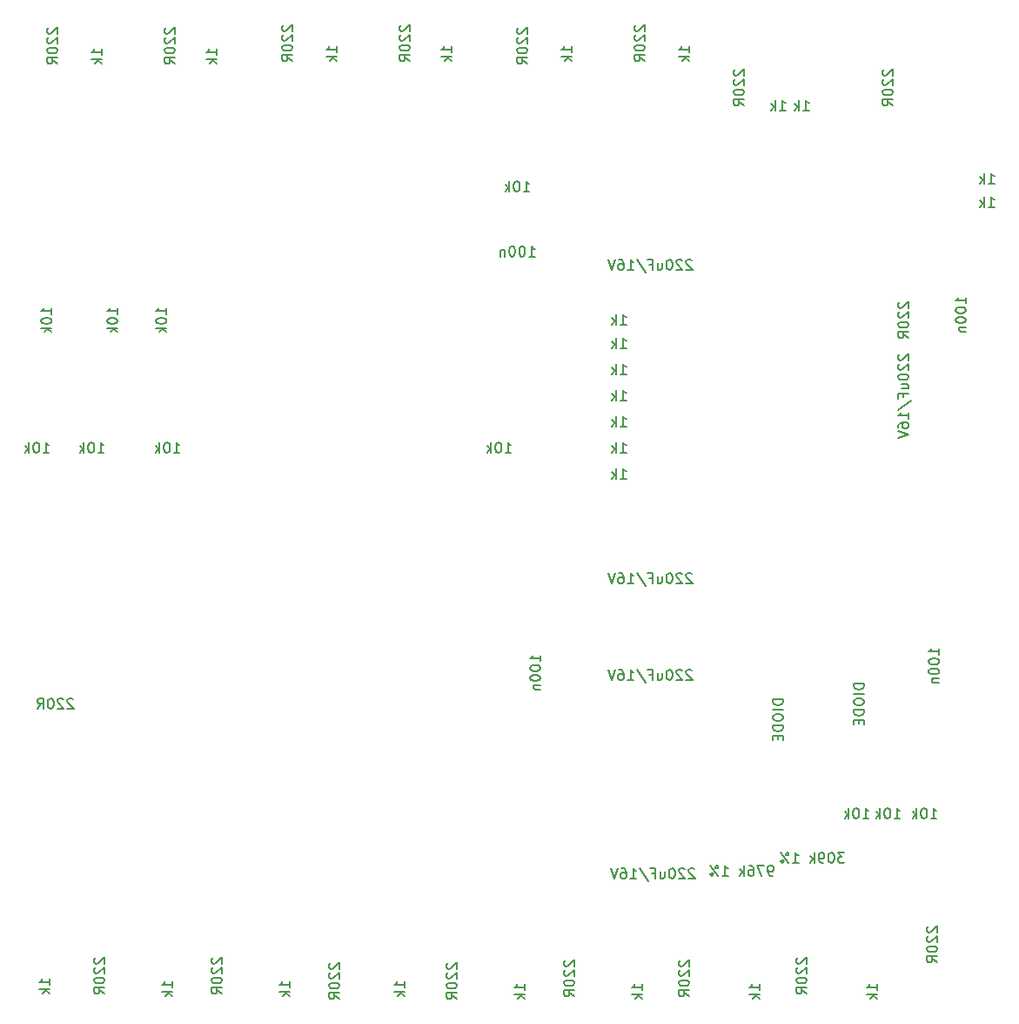
<source format=gbr>
G04 #@! TF.FileFunction,*
%FSLAX46Y46*%
G04 Gerber Fmt 4.6, Leading zero omitted, Abs format (unit mm)*
G04 Created by KiCad (PCBNEW (2014-12-08 BZR 5317)-product) date sam. 06 juin 2015 11:44:28 CEST*
%MOMM*%
G01*
G04 APERTURE LIST*
%ADD10C,0.100000*%
%ADD11C,0.150000*%
G04 APERTURE END LIST*
D10*
D11*
X184094381Y-120705810D02*
X183094381Y-120705810D01*
X183094381Y-120943905D01*
X183142000Y-121086763D01*
X183237238Y-121182001D01*
X183332476Y-121229620D01*
X183522952Y-121277239D01*
X183665810Y-121277239D01*
X183856286Y-121229620D01*
X183951524Y-121182001D01*
X184046762Y-121086763D01*
X184094381Y-120943905D01*
X184094381Y-120705810D01*
X184094381Y-121705810D02*
X183094381Y-121705810D01*
X183094381Y-122372476D02*
X183094381Y-122562953D01*
X183142000Y-122658191D01*
X183237238Y-122753429D01*
X183427714Y-122801048D01*
X183761048Y-122801048D01*
X183951524Y-122753429D01*
X184046762Y-122658191D01*
X184094381Y-122562953D01*
X184094381Y-122372476D01*
X184046762Y-122277238D01*
X183951524Y-122182000D01*
X183761048Y-122134381D01*
X183427714Y-122134381D01*
X183237238Y-122182000D01*
X183142000Y-122277238D01*
X183094381Y-122372476D01*
X184094381Y-123229619D02*
X183094381Y-123229619D01*
X183094381Y-123467714D01*
X183142000Y-123610572D01*
X183237238Y-123705810D01*
X183332476Y-123753429D01*
X183522952Y-123801048D01*
X183665810Y-123801048D01*
X183856286Y-123753429D01*
X183951524Y-123705810D01*
X184046762Y-123610572D01*
X184094381Y-123467714D01*
X184094381Y-123229619D01*
X183570571Y-124229619D02*
X183570571Y-124562953D01*
X184094381Y-124705810D02*
X184094381Y-124229619D01*
X183094381Y-124229619D01*
X183094381Y-124705810D01*
X167345810Y-119435619D02*
X167298191Y-119388000D01*
X167202953Y-119340381D01*
X166964857Y-119340381D01*
X166869619Y-119388000D01*
X166822000Y-119435619D01*
X166774381Y-119530857D01*
X166774381Y-119626095D01*
X166822000Y-119768952D01*
X167393429Y-120340381D01*
X166774381Y-120340381D01*
X166393429Y-119435619D02*
X166345810Y-119388000D01*
X166250572Y-119340381D01*
X166012476Y-119340381D01*
X165917238Y-119388000D01*
X165869619Y-119435619D01*
X165822000Y-119530857D01*
X165822000Y-119626095D01*
X165869619Y-119768952D01*
X166441048Y-120340381D01*
X165822000Y-120340381D01*
X165202953Y-119340381D02*
X165107714Y-119340381D01*
X165012476Y-119388000D01*
X164964857Y-119435619D01*
X164917238Y-119530857D01*
X164869619Y-119721333D01*
X164869619Y-119959429D01*
X164917238Y-120149905D01*
X164964857Y-120245143D01*
X165012476Y-120292762D01*
X165107714Y-120340381D01*
X165202953Y-120340381D01*
X165298191Y-120292762D01*
X165345810Y-120245143D01*
X165393429Y-120149905D01*
X165441048Y-119959429D01*
X165441048Y-119721333D01*
X165393429Y-119530857D01*
X165345810Y-119435619D01*
X165298191Y-119388000D01*
X165202953Y-119340381D01*
X164012476Y-119673714D02*
X164012476Y-120340381D01*
X164441048Y-119673714D02*
X164441048Y-120197524D01*
X164393429Y-120292762D01*
X164298191Y-120340381D01*
X164155333Y-120340381D01*
X164060095Y-120292762D01*
X164012476Y-120245143D01*
X163202952Y-119816571D02*
X163536286Y-119816571D01*
X163536286Y-120340381D02*
X163536286Y-119340381D01*
X163060095Y-119340381D01*
X161964857Y-119292762D02*
X162822000Y-120578476D01*
X161107714Y-120340381D02*
X161679143Y-120340381D01*
X161393429Y-120340381D02*
X161393429Y-119340381D01*
X161488667Y-119483238D01*
X161583905Y-119578476D01*
X161679143Y-119626095D01*
X160250571Y-119340381D02*
X160441048Y-119340381D01*
X160536286Y-119388000D01*
X160583905Y-119435619D01*
X160679143Y-119578476D01*
X160726762Y-119768952D01*
X160726762Y-120149905D01*
X160679143Y-120245143D01*
X160631524Y-120292762D01*
X160536286Y-120340381D01*
X160345809Y-120340381D01*
X160250571Y-120292762D01*
X160202952Y-120245143D01*
X160155333Y-120149905D01*
X160155333Y-119911810D01*
X160202952Y-119816571D01*
X160250571Y-119768952D01*
X160345809Y-119721333D01*
X160536286Y-119721333D01*
X160631524Y-119768952D01*
X160679143Y-119816571D01*
X160726762Y-119911810D01*
X159869619Y-119340381D02*
X159536286Y-120340381D01*
X159202952Y-119340381D01*
X167345810Y-110037619D02*
X167298191Y-109990000D01*
X167202953Y-109942381D01*
X166964857Y-109942381D01*
X166869619Y-109990000D01*
X166822000Y-110037619D01*
X166774381Y-110132857D01*
X166774381Y-110228095D01*
X166822000Y-110370952D01*
X167393429Y-110942381D01*
X166774381Y-110942381D01*
X166393429Y-110037619D02*
X166345810Y-109990000D01*
X166250572Y-109942381D01*
X166012476Y-109942381D01*
X165917238Y-109990000D01*
X165869619Y-110037619D01*
X165822000Y-110132857D01*
X165822000Y-110228095D01*
X165869619Y-110370952D01*
X166441048Y-110942381D01*
X165822000Y-110942381D01*
X165202953Y-109942381D02*
X165107714Y-109942381D01*
X165012476Y-109990000D01*
X164964857Y-110037619D01*
X164917238Y-110132857D01*
X164869619Y-110323333D01*
X164869619Y-110561429D01*
X164917238Y-110751905D01*
X164964857Y-110847143D01*
X165012476Y-110894762D01*
X165107714Y-110942381D01*
X165202953Y-110942381D01*
X165298191Y-110894762D01*
X165345810Y-110847143D01*
X165393429Y-110751905D01*
X165441048Y-110561429D01*
X165441048Y-110323333D01*
X165393429Y-110132857D01*
X165345810Y-110037619D01*
X165298191Y-109990000D01*
X165202953Y-109942381D01*
X164012476Y-110275714D02*
X164012476Y-110942381D01*
X164441048Y-110275714D02*
X164441048Y-110799524D01*
X164393429Y-110894762D01*
X164298191Y-110942381D01*
X164155333Y-110942381D01*
X164060095Y-110894762D01*
X164012476Y-110847143D01*
X163202952Y-110418571D02*
X163536286Y-110418571D01*
X163536286Y-110942381D02*
X163536286Y-109942381D01*
X163060095Y-109942381D01*
X161964857Y-109894762D02*
X162822000Y-111180476D01*
X161107714Y-110942381D02*
X161679143Y-110942381D01*
X161393429Y-110942381D02*
X161393429Y-109942381D01*
X161488667Y-110085238D01*
X161583905Y-110180476D01*
X161679143Y-110228095D01*
X160250571Y-109942381D02*
X160441048Y-109942381D01*
X160536286Y-109990000D01*
X160583905Y-110037619D01*
X160679143Y-110180476D01*
X160726762Y-110370952D01*
X160726762Y-110751905D01*
X160679143Y-110847143D01*
X160631524Y-110894762D01*
X160536286Y-110942381D01*
X160345809Y-110942381D01*
X160250571Y-110894762D01*
X160202952Y-110847143D01*
X160155333Y-110751905D01*
X160155333Y-110513810D01*
X160202952Y-110418571D01*
X160250571Y-110370952D01*
X160345809Y-110323333D01*
X160536286Y-110323333D01*
X160631524Y-110370952D01*
X160679143Y-110418571D01*
X160726762Y-110513810D01*
X159869619Y-109942381D02*
X159536286Y-110942381D01*
X159202952Y-109942381D01*
X167599810Y-138739619D02*
X167552191Y-138692000D01*
X167456953Y-138644381D01*
X167218857Y-138644381D01*
X167123619Y-138692000D01*
X167076000Y-138739619D01*
X167028381Y-138834857D01*
X167028381Y-138930095D01*
X167076000Y-139072952D01*
X167647429Y-139644381D01*
X167028381Y-139644381D01*
X166647429Y-138739619D02*
X166599810Y-138692000D01*
X166504572Y-138644381D01*
X166266476Y-138644381D01*
X166171238Y-138692000D01*
X166123619Y-138739619D01*
X166076000Y-138834857D01*
X166076000Y-138930095D01*
X166123619Y-139072952D01*
X166695048Y-139644381D01*
X166076000Y-139644381D01*
X165456953Y-138644381D02*
X165361714Y-138644381D01*
X165266476Y-138692000D01*
X165218857Y-138739619D01*
X165171238Y-138834857D01*
X165123619Y-139025333D01*
X165123619Y-139263429D01*
X165171238Y-139453905D01*
X165218857Y-139549143D01*
X165266476Y-139596762D01*
X165361714Y-139644381D01*
X165456953Y-139644381D01*
X165552191Y-139596762D01*
X165599810Y-139549143D01*
X165647429Y-139453905D01*
X165695048Y-139263429D01*
X165695048Y-139025333D01*
X165647429Y-138834857D01*
X165599810Y-138739619D01*
X165552191Y-138692000D01*
X165456953Y-138644381D01*
X164266476Y-138977714D02*
X164266476Y-139644381D01*
X164695048Y-138977714D02*
X164695048Y-139501524D01*
X164647429Y-139596762D01*
X164552191Y-139644381D01*
X164409333Y-139644381D01*
X164314095Y-139596762D01*
X164266476Y-139549143D01*
X163456952Y-139120571D02*
X163790286Y-139120571D01*
X163790286Y-139644381D02*
X163790286Y-138644381D01*
X163314095Y-138644381D01*
X162218857Y-138596762D02*
X163076000Y-139882476D01*
X161361714Y-139644381D02*
X161933143Y-139644381D01*
X161647429Y-139644381D02*
X161647429Y-138644381D01*
X161742667Y-138787238D01*
X161837905Y-138882476D01*
X161933143Y-138930095D01*
X160504571Y-138644381D02*
X160695048Y-138644381D01*
X160790286Y-138692000D01*
X160837905Y-138739619D01*
X160933143Y-138882476D01*
X160980762Y-139072952D01*
X160980762Y-139453905D01*
X160933143Y-139549143D01*
X160885524Y-139596762D01*
X160790286Y-139644381D01*
X160599809Y-139644381D01*
X160504571Y-139596762D01*
X160456952Y-139549143D01*
X160409333Y-139453905D01*
X160409333Y-139215810D01*
X160456952Y-139120571D01*
X160504571Y-139072952D01*
X160599809Y-139025333D01*
X160790286Y-139025333D01*
X160885524Y-139072952D01*
X160933143Y-139120571D01*
X160980762Y-139215810D01*
X160123619Y-138644381D02*
X159790286Y-139644381D01*
X159456952Y-138644381D01*
X167345810Y-79557619D02*
X167298191Y-79510000D01*
X167202953Y-79462381D01*
X166964857Y-79462381D01*
X166869619Y-79510000D01*
X166822000Y-79557619D01*
X166774381Y-79652857D01*
X166774381Y-79748095D01*
X166822000Y-79890952D01*
X167393429Y-80462381D01*
X166774381Y-80462381D01*
X166393429Y-79557619D02*
X166345810Y-79510000D01*
X166250572Y-79462381D01*
X166012476Y-79462381D01*
X165917238Y-79510000D01*
X165869619Y-79557619D01*
X165822000Y-79652857D01*
X165822000Y-79748095D01*
X165869619Y-79890952D01*
X166441048Y-80462381D01*
X165822000Y-80462381D01*
X165202953Y-79462381D02*
X165107714Y-79462381D01*
X165012476Y-79510000D01*
X164964857Y-79557619D01*
X164917238Y-79652857D01*
X164869619Y-79843333D01*
X164869619Y-80081429D01*
X164917238Y-80271905D01*
X164964857Y-80367143D01*
X165012476Y-80414762D01*
X165107714Y-80462381D01*
X165202953Y-80462381D01*
X165298191Y-80414762D01*
X165345810Y-80367143D01*
X165393429Y-80271905D01*
X165441048Y-80081429D01*
X165441048Y-79843333D01*
X165393429Y-79652857D01*
X165345810Y-79557619D01*
X165298191Y-79510000D01*
X165202953Y-79462381D01*
X164012476Y-79795714D02*
X164012476Y-80462381D01*
X164441048Y-79795714D02*
X164441048Y-80319524D01*
X164393429Y-80414762D01*
X164298191Y-80462381D01*
X164155333Y-80462381D01*
X164060095Y-80414762D01*
X164012476Y-80367143D01*
X163202952Y-79938571D02*
X163536286Y-79938571D01*
X163536286Y-80462381D02*
X163536286Y-79462381D01*
X163060095Y-79462381D01*
X161964857Y-79414762D02*
X162822000Y-80700476D01*
X161107714Y-80462381D02*
X161679143Y-80462381D01*
X161393429Y-80462381D02*
X161393429Y-79462381D01*
X161488667Y-79605238D01*
X161583905Y-79700476D01*
X161679143Y-79748095D01*
X160250571Y-79462381D02*
X160441048Y-79462381D01*
X160536286Y-79510000D01*
X160583905Y-79557619D01*
X160679143Y-79700476D01*
X160726762Y-79890952D01*
X160726762Y-80271905D01*
X160679143Y-80367143D01*
X160631524Y-80414762D01*
X160536286Y-80462381D01*
X160345809Y-80462381D01*
X160250571Y-80414762D01*
X160202952Y-80367143D01*
X160155333Y-80271905D01*
X160155333Y-80033810D01*
X160202952Y-79938571D01*
X160250571Y-79890952D01*
X160345809Y-79843333D01*
X160536286Y-79843333D01*
X160631524Y-79890952D01*
X160679143Y-79938571D01*
X160726762Y-80033810D01*
X159869619Y-79462381D02*
X159536286Y-80462381D01*
X159202952Y-79462381D01*
X187507619Y-88686190D02*
X187460000Y-88733809D01*
X187412381Y-88829047D01*
X187412381Y-89067143D01*
X187460000Y-89162381D01*
X187507619Y-89210000D01*
X187602857Y-89257619D01*
X187698095Y-89257619D01*
X187840952Y-89210000D01*
X188412381Y-88638571D01*
X188412381Y-89257619D01*
X187507619Y-89638571D02*
X187460000Y-89686190D01*
X187412381Y-89781428D01*
X187412381Y-90019524D01*
X187460000Y-90114762D01*
X187507619Y-90162381D01*
X187602857Y-90210000D01*
X187698095Y-90210000D01*
X187840952Y-90162381D01*
X188412381Y-89590952D01*
X188412381Y-90210000D01*
X187412381Y-90829047D02*
X187412381Y-90924286D01*
X187460000Y-91019524D01*
X187507619Y-91067143D01*
X187602857Y-91114762D01*
X187793333Y-91162381D01*
X188031429Y-91162381D01*
X188221905Y-91114762D01*
X188317143Y-91067143D01*
X188364762Y-91019524D01*
X188412381Y-90924286D01*
X188412381Y-90829047D01*
X188364762Y-90733809D01*
X188317143Y-90686190D01*
X188221905Y-90638571D01*
X188031429Y-90590952D01*
X187793333Y-90590952D01*
X187602857Y-90638571D01*
X187507619Y-90686190D01*
X187460000Y-90733809D01*
X187412381Y-90829047D01*
X187745714Y-92019524D02*
X188412381Y-92019524D01*
X187745714Y-91590952D02*
X188269524Y-91590952D01*
X188364762Y-91638571D01*
X188412381Y-91733809D01*
X188412381Y-91876667D01*
X188364762Y-91971905D01*
X188317143Y-92019524D01*
X187888571Y-92829048D02*
X187888571Y-92495714D01*
X188412381Y-92495714D02*
X187412381Y-92495714D01*
X187412381Y-92971905D01*
X187364762Y-94067143D02*
X188650476Y-93210000D01*
X188412381Y-94924286D02*
X188412381Y-94352857D01*
X188412381Y-94638571D02*
X187412381Y-94638571D01*
X187555238Y-94543333D01*
X187650476Y-94448095D01*
X187698095Y-94352857D01*
X187412381Y-95781429D02*
X187412381Y-95590952D01*
X187460000Y-95495714D01*
X187507619Y-95448095D01*
X187650476Y-95352857D01*
X187840952Y-95305238D01*
X188221905Y-95305238D01*
X188317143Y-95352857D01*
X188364762Y-95400476D01*
X188412381Y-95495714D01*
X188412381Y-95686191D01*
X188364762Y-95781429D01*
X188317143Y-95829048D01*
X188221905Y-95876667D01*
X187983810Y-95876667D01*
X187888571Y-95829048D01*
X187840952Y-95781429D01*
X187793333Y-95686191D01*
X187793333Y-95495714D01*
X187840952Y-95400476D01*
X187888571Y-95352857D01*
X187983810Y-95305238D01*
X187412381Y-96162381D02*
X188412381Y-96495714D01*
X187412381Y-96829048D01*
X176220381Y-122229810D02*
X175220381Y-122229810D01*
X175220381Y-122467905D01*
X175268000Y-122610763D01*
X175363238Y-122706001D01*
X175458476Y-122753620D01*
X175648952Y-122801239D01*
X175791810Y-122801239D01*
X175982286Y-122753620D01*
X176077524Y-122706001D01*
X176172762Y-122610763D01*
X176220381Y-122467905D01*
X176220381Y-122229810D01*
X176220381Y-123229810D02*
X175220381Y-123229810D01*
X175220381Y-123896476D02*
X175220381Y-124086953D01*
X175268000Y-124182191D01*
X175363238Y-124277429D01*
X175553714Y-124325048D01*
X175887048Y-124325048D01*
X176077524Y-124277429D01*
X176172762Y-124182191D01*
X176220381Y-124086953D01*
X176220381Y-123896476D01*
X176172762Y-123801238D01*
X176077524Y-123706000D01*
X175887048Y-123658381D01*
X175553714Y-123658381D01*
X175363238Y-123706000D01*
X175268000Y-123801238D01*
X175220381Y-123896476D01*
X176220381Y-124753619D02*
X175220381Y-124753619D01*
X175220381Y-124991714D01*
X175268000Y-125134572D01*
X175363238Y-125229810D01*
X175458476Y-125277429D01*
X175648952Y-125325048D01*
X175791810Y-125325048D01*
X175982286Y-125277429D01*
X176077524Y-125229810D01*
X176172762Y-125134572D01*
X176220381Y-124991714D01*
X176220381Y-124753619D01*
X175696571Y-125753619D02*
X175696571Y-126086953D01*
X176220381Y-126229810D02*
X176220381Y-125753619D01*
X175220381Y-125753619D01*
X175220381Y-126229810D01*
X152598381Y-118514953D02*
X152598381Y-117943524D01*
X152598381Y-118229238D02*
X151598381Y-118229238D01*
X151741238Y-118134000D01*
X151836476Y-118038762D01*
X151884095Y-117943524D01*
X151598381Y-119134000D02*
X151598381Y-119229239D01*
X151646000Y-119324477D01*
X151693619Y-119372096D01*
X151788857Y-119419715D01*
X151979333Y-119467334D01*
X152217429Y-119467334D01*
X152407905Y-119419715D01*
X152503143Y-119372096D01*
X152550762Y-119324477D01*
X152598381Y-119229239D01*
X152598381Y-119134000D01*
X152550762Y-119038762D01*
X152503143Y-118991143D01*
X152407905Y-118943524D01*
X152217429Y-118895905D01*
X151979333Y-118895905D01*
X151788857Y-118943524D01*
X151693619Y-118991143D01*
X151646000Y-119038762D01*
X151598381Y-119134000D01*
X151598381Y-120086381D02*
X151598381Y-120181620D01*
X151646000Y-120276858D01*
X151693619Y-120324477D01*
X151788857Y-120372096D01*
X151979333Y-120419715D01*
X152217429Y-120419715D01*
X152407905Y-120372096D01*
X152503143Y-120324477D01*
X152550762Y-120276858D01*
X152598381Y-120181620D01*
X152598381Y-120086381D01*
X152550762Y-119991143D01*
X152503143Y-119943524D01*
X152407905Y-119895905D01*
X152217429Y-119848286D01*
X151979333Y-119848286D01*
X151788857Y-119895905D01*
X151693619Y-119943524D01*
X151646000Y-119991143D01*
X151598381Y-120086381D01*
X151931714Y-120848286D02*
X152598381Y-120848286D01*
X152026952Y-120848286D02*
X151979333Y-120895905D01*
X151931714Y-120991143D01*
X151931714Y-121134001D01*
X151979333Y-121229239D01*
X152074571Y-121276858D01*
X152598381Y-121276858D01*
X151487047Y-79158781D02*
X152058476Y-79158781D01*
X151772762Y-79158781D02*
X151772762Y-78158781D01*
X151868000Y-78301638D01*
X151963238Y-78396876D01*
X152058476Y-78444495D01*
X150868000Y-78158781D02*
X150772761Y-78158781D01*
X150677523Y-78206400D01*
X150629904Y-78254019D01*
X150582285Y-78349257D01*
X150534666Y-78539733D01*
X150534666Y-78777829D01*
X150582285Y-78968305D01*
X150629904Y-79063543D01*
X150677523Y-79111162D01*
X150772761Y-79158781D01*
X150868000Y-79158781D01*
X150963238Y-79111162D01*
X151010857Y-79063543D01*
X151058476Y-78968305D01*
X151106095Y-78777829D01*
X151106095Y-78539733D01*
X151058476Y-78349257D01*
X151010857Y-78254019D01*
X150963238Y-78206400D01*
X150868000Y-78158781D01*
X149915619Y-78158781D02*
X149820380Y-78158781D01*
X149725142Y-78206400D01*
X149677523Y-78254019D01*
X149629904Y-78349257D01*
X149582285Y-78539733D01*
X149582285Y-78777829D01*
X149629904Y-78968305D01*
X149677523Y-79063543D01*
X149725142Y-79111162D01*
X149820380Y-79158781D01*
X149915619Y-79158781D01*
X150010857Y-79111162D01*
X150058476Y-79063543D01*
X150106095Y-78968305D01*
X150153714Y-78777829D01*
X150153714Y-78539733D01*
X150106095Y-78349257D01*
X150058476Y-78254019D01*
X150010857Y-78206400D01*
X149915619Y-78158781D01*
X149153714Y-78492114D02*
X149153714Y-79158781D01*
X149153714Y-78587352D02*
X149106095Y-78539733D01*
X149010857Y-78492114D01*
X148867999Y-78492114D01*
X148772761Y-78539733D01*
X148725142Y-78634971D01*
X148725142Y-79158781D01*
X191392381Y-117879953D02*
X191392381Y-117308524D01*
X191392381Y-117594238D02*
X190392381Y-117594238D01*
X190535238Y-117499000D01*
X190630476Y-117403762D01*
X190678095Y-117308524D01*
X190392381Y-118499000D02*
X190392381Y-118594239D01*
X190440000Y-118689477D01*
X190487619Y-118737096D01*
X190582857Y-118784715D01*
X190773333Y-118832334D01*
X191011429Y-118832334D01*
X191201905Y-118784715D01*
X191297143Y-118737096D01*
X191344762Y-118689477D01*
X191392381Y-118594239D01*
X191392381Y-118499000D01*
X191344762Y-118403762D01*
X191297143Y-118356143D01*
X191201905Y-118308524D01*
X191011429Y-118260905D01*
X190773333Y-118260905D01*
X190582857Y-118308524D01*
X190487619Y-118356143D01*
X190440000Y-118403762D01*
X190392381Y-118499000D01*
X190392381Y-119451381D02*
X190392381Y-119546620D01*
X190440000Y-119641858D01*
X190487619Y-119689477D01*
X190582857Y-119737096D01*
X190773333Y-119784715D01*
X191011429Y-119784715D01*
X191201905Y-119737096D01*
X191297143Y-119689477D01*
X191344762Y-119641858D01*
X191392381Y-119546620D01*
X191392381Y-119451381D01*
X191344762Y-119356143D01*
X191297143Y-119308524D01*
X191201905Y-119260905D01*
X191011429Y-119213286D01*
X190773333Y-119213286D01*
X190582857Y-119260905D01*
X190487619Y-119308524D01*
X190440000Y-119356143D01*
X190392381Y-119451381D01*
X190725714Y-120213286D02*
X191392381Y-120213286D01*
X190820952Y-120213286D02*
X190773333Y-120260905D01*
X190725714Y-120356143D01*
X190725714Y-120499001D01*
X190773333Y-120594239D01*
X190868571Y-120641858D01*
X191392381Y-120641858D01*
X194000381Y-83716953D02*
X194000381Y-83145524D01*
X194000381Y-83431238D02*
X193000381Y-83431238D01*
X193143238Y-83336000D01*
X193238476Y-83240762D01*
X193286095Y-83145524D01*
X193000381Y-84336000D02*
X193000381Y-84431239D01*
X193048000Y-84526477D01*
X193095619Y-84574096D01*
X193190857Y-84621715D01*
X193381333Y-84669334D01*
X193619429Y-84669334D01*
X193809905Y-84621715D01*
X193905143Y-84574096D01*
X193952762Y-84526477D01*
X194000381Y-84431239D01*
X194000381Y-84336000D01*
X193952762Y-84240762D01*
X193905143Y-84193143D01*
X193809905Y-84145524D01*
X193619429Y-84097905D01*
X193381333Y-84097905D01*
X193190857Y-84145524D01*
X193095619Y-84193143D01*
X193048000Y-84240762D01*
X193000381Y-84336000D01*
X193000381Y-85288381D02*
X193000381Y-85383620D01*
X193048000Y-85478858D01*
X193095619Y-85526477D01*
X193190857Y-85574096D01*
X193381333Y-85621715D01*
X193619429Y-85621715D01*
X193809905Y-85574096D01*
X193905143Y-85526477D01*
X193952762Y-85478858D01*
X194000381Y-85383620D01*
X194000381Y-85288381D01*
X193952762Y-85193143D01*
X193905143Y-85145524D01*
X193809905Y-85097905D01*
X193619429Y-85050286D01*
X193381333Y-85050286D01*
X193190857Y-85097905D01*
X193095619Y-85145524D01*
X193048000Y-85193143D01*
X193000381Y-85288381D01*
X193333714Y-86050286D02*
X194000381Y-86050286D01*
X193428952Y-86050286D02*
X193381333Y-86097905D01*
X193333714Y-86193143D01*
X193333714Y-86336001D01*
X193381333Y-86431239D01*
X193476571Y-86478858D01*
X194000381Y-86478858D01*
X104846381Y-149994953D02*
X104846381Y-149423524D01*
X104846381Y-149709238D02*
X103846381Y-149709238D01*
X103989238Y-149614000D01*
X104084476Y-149518762D01*
X104132095Y-149423524D01*
X104846381Y-150423524D02*
X103846381Y-150423524D01*
X104465429Y-150518762D02*
X104846381Y-150804477D01*
X104179714Y-150804477D02*
X104560667Y-150423524D01*
X109275619Y-147359905D02*
X109228000Y-147407524D01*
X109180381Y-147502762D01*
X109180381Y-147740858D01*
X109228000Y-147836096D01*
X109275619Y-147883715D01*
X109370857Y-147931334D01*
X109466095Y-147931334D01*
X109608952Y-147883715D01*
X110180381Y-147312286D01*
X110180381Y-147931334D01*
X109275619Y-148312286D02*
X109228000Y-148359905D01*
X109180381Y-148455143D01*
X109180381Y-148693239D01*
X109228000Y-148788477D01*
X109275619Y-148836096D01*
X109370857Y-148883715D01*
X109466095Y-148883715D01*
X109608952Y-148836096D01*
X110180381Y-148264667D01*
X110180381Y-148883715D01*
X109180381Y-149502762D02*
X109180381Y-149598001D01*
X109228000Y-149693239D01*
X109275619Y-149740858D01*
X109370857Y-149788477D01*
X109561333Y-149836096D01*
X109799429Y-149836096D01*
X109989905Y-149788477D01*
X110085143Y-149740858D01*
X110132762Y-149693239D01*
X110180381Y-149598001D01*
X110180381Y-149502762D01*
X110132762Y-149407524D01*
X110085143Y-149359905D01*
X109989905Y-149312286D01*
X109799429Y-149264667D01*
X109561333Y-149264667D01*
X109370857Y-149312286D01*
X109275619Y-149359905D01*
X109228000Y-149407524D01*
X109180381Y-149502762D01*
X110180381Y-150836096D02*
X109704190Y-150502762D01*
X110180381Y-150264667D02*
X109180381Y-150264667D01*
X109180381Y-150645620D01*
X109228000Y-150740858D01*
X109275619Y-150788477D01*
X109370857Y-150836096D01*
X109513714Y-150836096D01*
X109608952Y-150788477D01*
X109656571Y-150740858D01*
X109704190Y-150645620D01*
X109704190Y-150264667D01*
X116784381Y-150248953D02*
X116784381Y-149677524D01*
X116784381Y-149963238D02*
X115784381Y-149963238D01*
X115927238Y-149868000D01*
X116022476Y-149772762D01*
X116070095Y-149677524D01*
X116784381Y-150677524D02*
X115784381Y-150677524D01*
X116403429Y-150772762D02*
X116784381Y-151058477D01*
X116117714Y-151058477D02*
X116498667Y-150677524D01*
X120705619Y-147359905D02*
X120658000Y-147407524D01*
X120610381Y-147502762D01*
X120610381Y-147740858D01*
X120658000Y-147836096D01*
X120705619Y-147883715D01*
X120800857Y-147931334D01*
X120896095Y-147931334D01*
X121038952Y-147883715D01*
X121610381Y-147312286D01*
X121610381Y-147931334D01*
X120705619Y-148312286D02*
X120658000Y-148359905D01*
X120610381Y-148455143D01*
X120610381Y-148693239D01*
X120658000Y-148788477D01*
X120705619Y-148836096D01*
X120800857Y-148883715D01*
X120896095Y-148883715D01*
X121038952Y-148836096D01*
X121610381Y-148264667D01*
X121610381Y-148883715D01*
X120610381Y-149502762D02*
X120610381Y-149598001D01*
X120658000Y-149693239D01*
X120705619Y-149740858D01*
X120800857Y-149788477D01*
X120991333Y-149836096D01*
X121229429Y-149836096D01*
X121419905Y-149788477D01*
X121515143Y-149740858D01*
X121562762Y-149693239D01*
X121610381Y-149598001D01*
X121610381Y-149502762D01*
X121562762Y-149407524D01*
X121515143Y-149359905D01*
X121419905Y-149312286D01*
X121229429Y-149264667D01*
X120991333Y-149264667D01*
X120800857Y-149312286D01*
X120705619Y-149359905D01*
X120658000Y-149407524D01*
X120610381Y-149502762D01*
X121610381Y-150836096D02*
X121134190Y-150502762D01*
X121610381Y-150264667D02*
X120610381Y-150264667D01*
X120610381Y-150645620D01*
X120658000Y-150740858D01*
X120705619Y-150788477D01*
X120800857Y-150836096D01*
X120943714Y-150836096D01*
X121038952Y-150788477D01*
X121086571Y-150740858D01*
X121134190Y-150645620D01*
X121134190Y-150264667D01*
X128214381Y-150248953D02*
X128214381Y-149677524D01*
X128214381Y-149963238D02*
X127214381Y-149963238D01*
X127357238Y-149868000D01*
X127452476Y-149772762D01*
X127500095Y-149677524D01*
X128214381Y-150677524D02*
X127214381Y-150677524D01*
X127833429Y-150772762D02*
X128214381Y-151058477D01*
X127547714Y-151058477D02*
X127928667Y-150677524D01*
X132135619Y-147867905D02*
X132088000Y-147915524D01*
X132040381Y-148010762D01*
X132040381Y-148248858D01*
X132088000Y-148344096D01*
X132135619Y-148391715D01*
X132230857Y-148439334D01*
X132326095Y-148439334D01*
X132468952Y-148391715D01*
X133040381Y-147820286D01*
X133040381Y-148439334D01*
X132135619Y-148820286D02*
X132088000Y-148867905D01*
X132040381Y-148963143D01*
X132040381Y-149201239D01*
X132088000Y-149296477D01*
X132135619Y-149344096D01*
X132230857Y-149391715D01*
X132326095Y-149391715D01*
X132468952Y-149344096D01*
X133040381Y-148772667D01*
X133040381Y-149391715D01*
X132040381Y-150010762D02*
X132040381Y-150106001D01*
X132088000Y-150201239D01*
X132135619Y-150248858D01*
X132230857Y-150296477D01*
X132421333Y-150344096D01*
X132659429Y-150344096D01*
X132849905Y-150296477D01*
X132945143Y-150248858D01*
X132992762Y-150201239D01*
X133040381Y-150106001D01*
X133040381Y-150010762D01*
X132992762Y-149915524D01*
X132945143Y-149867905D01*
X132849905Y-149820286D01*
X132659429Y-149772667D01*
X132421333Y-149772667D01*
X132230857Y-149820286D01*
X132135619Y-149867905D01*
X132088000Y-149915524D01*
X132040381Y-150010762D01*
X133040381Y-151344096D02*
X132564190Y-151010762D01*
X133040381Y-150772667D02*
X132040381Y-150772667D01*
X132040381Y-151153620D01*
X132088000Y-151248858D01*
X132135619Y-151296477D01*
X132230857Y-151344096D01*
X132373714Y-151344096D01*
X132468952Y-151296477D01*
X132516571Y-151248858D01*
X132564190Y-151153620D01*
X132564190Y-150772667D01*
X139390381Y-150248953D02*
X139390381Y-149677524D01*
X139390381Y-149963238D02*
X138390381Y-149963238D01*
X138533238Y-149868000D01*
X138628476Y-149772762D01*
X138676095Y-149677524D01*
X139390381Y-150677524D02*
X138390381Y-150677524D01*
X139009429Y-150772762D02*
X139390381Y-151058477D01*
X138723714Y-151058477D02*
X139104667Y-150677524D01*
X143565619Y-147867905D02*
X143518000Y-147915524D01*
X143470381Y-148010762D01*
X143470381Y-148248858D01*
X143518000Y-148344096D01*
X143565619Y-148391715D01*
X143660857Y-148439334D01*
X143756095Y-148439334D01*
X143898952Y-148391715D01*
X144470381Y-147820286D01*
X144470381Y-148439334D01*
X143565619Y-148820286D02*
X143518000Y-148867905D01*
X143470381Y-148963143D01*
X143470381Y-149201239D01*
X143518000Y-149296477D01*
X143565619Y-149344096D01*
X143660857Y-149391715D01*
X143756095Y-149391715D01*
X143898952Y-149344096D01*
X144470381Y-148772667D01*
X144470381Y-149391715D01*
X143470381Y-150010762D02*
X143470381Y-150106001D01*
X143518000Y-150201239D01*
X143565619Y-150248858D01*
X143660857Y-150296477D01*
X143851333Y-150344096D01*
X144089429Y-150344096D01*
X144279905Y-150296477D01*
X144375143Y-150248858D01*
X144422762Y-150201239D01*
X144470381Y-150106001D01*
X144470381Y-150010762D01*
X144422762Y-149915524D01*
X144375143Y-149867905D01*
X144279905Y-149820286D01*
X144089429Y-149772667D01*
X143851333Y-149772667D01*
X143660857Y-149820286D01*
X143565619Y-149867905D01*
X143518000Y-149915524D01*
X143470381Y-150010762D01*
X144470381Y-151344096D02*
X143994190Y-151010762D01*
X144470381Y-150772667D02*
X143470381Y-150772667D01*
X143470381Y-151153620D01*
X143518000Y-151248858D01*
X143565619Y-151296477D01*
X143660857Y-151344096D01*
X143803714Y-151344096D01*
X143898952Y-151296477D01*
X143946571Y-151248858D01*
X143994190Y-151153620D01*
X143994190Y-150772667D01*
X151074381Y-150502953D02*
X151074381Y-149931524D01*
X151074381Y-150217238D02*
X150074381Y-150217238D01*
X150217238Y-150122000D01*
X150312476Y-150026762D01*
X150360095Y-149931524D01*
X151074381Y-150931524D02*
X150074381Y-150931524D01*
X150693429Y-151026762D02*
X151074381Y-151312477D01*
X150407714Y-151312477D02*
X150788667Y-150931524D01*
X154995619Y-147613905D02*
X154948000Y-147661524D01*
X154900381Y-147756762D01*
X154900381Y-147994858D01*
X154948000Y-148090096D01*
X154995619Y-148137715D01*
X155090857Y-148185334D01*
X155186095Y-148185334D01*
X155328952Y-148137715D01*
X155900381Y-147566286D01*
X155900381Y-148185334D01*
X154995619Y-148566286D02*
X154948000Y-148613905D01*
X154900381Y-148709143D01*
X154900381Y-148947239D01*
X154948000Y-149042477D01*
X154995619Y-149090096D01*
X155090857Y-149137715D01*
X155186095Y-149137715D01*
X155328952Y-149090096D01*
X155900381Y-148518667D01*
X155900381Y-149137715D01*
X154900381Y-149756762D02*
X154900381Y-149852001D01*
X154948000Y-149947239D01*
X154995619Y-149994858D01*
X155090857Y-150042477D01*
X155281333Y-150090096D01*
X155519429Y-150090096D01*
X155709905Y-150042477D01*
X155805143Y-149994858D01*
X155852762Y-149947239D01*
X155900381Y-149852001D01*
X155900381Y-149756762D01*
X155852762Y-149661524D01*
X155805143Y-149613905D01*
X155709905Y-149566286D01*
X155519429Y-149518667D01*
X155281333Y-149518667D01*
X155090857Y-149566286D01*
X154995619Y-149613905D01*
X154948000Y-149661524D01*
X154900381Y-149756762D01*
X155900381Y-151090096D02*
X155424190Y-150756762D01*
X155900381Y-150518667D02*
X154900381Y-150518667D01*
X154900381Y-150899620D01*
X154948000Y-150994858D01*
X154995619Y-151042477D01*
X155090857Y-151090096D01*
X155233714Y-151090096D01*
X155328952Y-151042477D01*
X155376571Y-150994858D01*
X155424190Y-150899620D01*
X155424190Y-150518667D01*
X162504381Y-150502953D02*
X162504381Y-149931524D01*
X162504381Y-150217238D02*
X161504381Y-150217238D01*
X161647238Y-150122000D01*
X161742476Y-150026762D01*
X161790095Y-149931524D01*
X162504381Y-150931524D02*
X161504381Y-150931524D01*
X162123429Y-151026762D02*
X162504381Y-151312477D01*
X161837714Y-151312477D02*
X162218667Y-150931524D01*
X166171619Y-147613905D02*
X166124000Y-147661524D01*
X166076381Y-147756762D01*
X166076381Y-147994858D01*
X166124000Y-148090096D01*
X166171619Y-148137715D01*
X166266857Y-148185334D01*
X166362095Y-148185334D01*
X166504952Y-148137715D01*
X167076381Y-147566286D01*
X167076381Y-148185334D01*
X166171619Y-148566286D02*
X166124000Y-148613905D01*
X166076381Y-148709143D01*
X166076381Y-148947239D01*
X166124000Y-149042477D01*
X166171619Y-149090096D01*
X166266857Y-149137715D01*
X166362095Y-149137715D01*
X166504952Y-149090096D01*
X167076381Y-148518667D01*
X167076381Y-149137715D01*
X166076381Y-149756762D02*
X166076381Y-149852001D01*
X166124000Y-149947239D01*
X166171619Y-149994858D01*
X166266857Y-150042477D01*
X166457333Y-150090096D01*
X166695429Y-150090096D01*
X166885905Y-150042477D01*
X166981143Y-149994858D01*
X167028762Y-149947239D01*
X167076381Y-149852001D01*
X167076381Y-149756762D01*
X167028762Y-149661524D01*
X166981143Y-149613905D01*
X166885905Y-149566286D01*
X166695429Y-149518667D01*
X166457333Y-149518667D01*
X166266857Y-149566286D01*
X166171619Y-149613905D01*
X166124000Y-149661524D01*
X166076381Y-149756762D01*
X167076381Y-151090096D02*
X166600190Y-150756762D01*
X167076381Y-150518667D02*
X166076381Y-150518667D01*
X166076381Y-150899620D01*
X166124000Y-150994858D01*
X166171619Y-151042477D01*
X166266857Y-151090096D01*
X166409714Y-151090096D01*
X166504952Y-151042477D01*
X166552571Y-150994858D01*
X166600190Y-150899620D01*
X166600190Y-150518667D01*
X173934381Y-150502953D02*
X173934381Y-149931524D01*
X173934381Y-150217238D02*
X172934381Y-150217238D01*
X173077238Y-150122000D01*
X173172476Y-150026762D01*
X173220095Y-149931524D01*
X173934381Y-150931524D02*
X172934381Y-150931524D01*
X173553429Y-151026762D02*
X173934381Y-151312477D01*
X173267714Y-151312477D02*
X173648667Y-150931524D01*
X177601619Y-147359905D02*
X177554000Y-147407524D01*
X177506381Y-147502762D01*
X177506381Y-147740858D01*
X177554000Y-147836096D01*
X177601619Y-147883715D01*
X177696857Y-147931334D01*
X177792095Y-147931334D01*
X177934952Y-147883715D01*
X178506381Y-147312286D01*
X178506381Y-147931334D01*
X177601619Y-148312286D02*
X177554000Y-148359905D01*
X177506381Y-148455143D01*
X177506381Y-148693239D01*
X177554000Y-148788477D01*
X177601619Y-148836096D01*
X177696857Y-148883715D01*
X177792095Y-148883715D01*
X177934952Y-148836096D01*
X178506381Y-148264667D01*
X178506381Y-148883715D01*
X177506381Y-149502762D02*
X177506381Y-149598001D01*
X177554000Y-149693239D01*
X177601619Y-149740858D01*
X177696857Y-149788477D01*
X177887333Y-149836096D01*
X178125429Y-149836096D01*
X178315905Y-149788477D01*
X178411143Y-149740858D01*
X178458762Y-149693239D01*
X178506381Y-149598001D01*
X178506381Y-149502762D01*
X178458762Y-149407524D01*
X178411143Y-149359905D01*
X178315905Y-149312286D01*
X178125429Y-149264667D01*
X177887333Y-149264667D01*
X177696857Y-149312286D01*
X177601619Y-149359905D01*
X177554000Y-149407524D01*
X177506381Y-149502762D01*
X178506381Y-150836096D02*
X178030190Y-150502762D01*
X178506381Y-150264667D02*
X177506381Y-150264667D01*
X177506381Y-150645620D01*
X177554000Y-150740858D01*
X177601619Y-150788477D01*
X177696857Y-150836096D01*
X177839714Y-150836096D01*
X177934952Y-150788477D01*
X177982571Y-150740858D01*
X178030190Y-150645620D01*
X178030190Y-150264667D01*
X185364381Y-150502953D02*
X185364381Y-149931524D01*
X185364381Y-150217238D02*
X184364381Y-150217238D01*
X184507238Y-150122000D01*
X184602476Y-150026762D01*
X184650095Y-149931524D01*
X185364381Y-150931524D02*
X184364381Y-150931524D01*
X184983429Y-151026762D02*
X185364381Y-151312477D01*
X184697714Y-151312477D02*
X185078667Y-150931524D01*
X190301619Y-144311905D02*
X190254000Y-144359524D01*
X190206381Y-144454762D01*
X190206381Y-144692858D01*
X190254000Y-144788096D01*
X190301619Y-144835715D01*
X190396857Y-144883334D01*
X190492095Y-144883334D01*
X190634952Y-144835715D01*
X191206381Y-144264286D01*
X191206381Y-144883334D01*
X190301619Y-145264286D02*
X190254000Y-145311905D01*
X190206381Y-145407143D01*
X190206381Y-145645239D01*
X190254000Y-145740477D01*
X190301619Y-145788096D01*
X190396857Y-145835715D01*
X190492095Y-145835715D01*
X190634952Y-145788096D01*
X191206381Y-145216667D01*
X191206381Y-145835715D01*
X190206381Y-146454762D02*
X190206381Y-146550001D01*
X190254000Y-146645239D01*
X190301619Y-146692858D01*
X190396857Y-146740477D01*
X190587333Y-146788096D01*
X190825429Y-146788096D01*
X191015905Y-146740477D01*
X191111143Y-146692858D01*
X191158762Y-146645239D01*
X191206381Y-146550001D01*
X191206381Y-146454762D01*
X191158762Y-146359524D01*
X191111143Y-146311905D01*
X191015905Y-146264286D01*
X190825429Y-146216667D01*
X190587333Y-146216667D01*
X190396857Y-146264286D01*
X190301619Y-146311905D01*
X190254000Y-146359524D01*
X190206381Y-146454762D01*
X191206381Y-147788096D02*
X190730190Y-147454762D01*
X191206381Y-147216667D02*
X190206381Y-147216667D01*
X190206381Y-147597620D01*
X190254000Y-147692858D01*
X190301619Y-147740477D01*
X190396857Y-147788096D01*
X190539714Y-147788096D01*
X190634952Y-147740477D01*
X190682571Y-147692858D01*
X190730190Y-147597620D01*
X190730190Y-147216667D01*
X107148095Y-122229619D02*
X107100476Y-122182000D01*
X107005238Y-122134381D01*
X106767142Y-122134381D01*
X106671904Y-122182000D01*
X106624285Y-122229619D01*
X106576666Y-122324857D01*
X106576666Y-122420095D01*
X106624285Y-122562952D01*
X107195714Y-123134381D01*
X106576666Y-123134381D01*
X106195714Y-122229619D02*
X106148095Y-122182000D01*
X106052857Y-122134381D01*
X105814761Y-122134381D01*
X105719523Y-122182000D01*
X105671904Y-122229619D01*
X105624285Y-122324857D01*
X105624285Y-122420095D01*
X105671904Y-122562952D01*
X106243333Y-123134381D01*
X105624285Y-123134381D01*
X105005238Y-122134381D02*
X104909999Y-122134381D01*
X104814761Y-122182000D01*
X104767142Y-122229619D01*
X104719523Y-122324857D01*
X104671904Y-122515333D01*
X104671904Y-122753429D01*
X104719523Y-122943905D01*
X104767142Y-123039143D01*
X104814761Y-123086762D01*
X104909999Y-123134381D01*
X105005238Y-123134381D01*
X105100476Y-123086762D01*
X105148095Y-123039143D01*
X105195714Y-122943905D01*
X105243333Y-122753429D01*
X105243333Y-122515333D01*
X105195714Y-122324857D01*
X105148095Y-122229619D01*
X105100476Y-122182000D01*
X105005238Y-122134381D01*
X103671904Y-123134381D02*
X104005238Y-122658190D01*
X104243333Y-123134381D02*
X104243333Y-122134381D01*
X103862380Y-122134381D01*
X103767142Y-122182000D01*
X103719523Y-122229619D01*
X103671904Y-122324857D01*
X103671904Y-122467714D01*
X103719523Y-122562952D01*
X103767142Y-122610571D01*
X103862380Y-122658190D01*
X104243333Y-122658190D01*
X104703619Y-56935905D02*
X104656000Y-56983524D01*
X104608381Y-57078762D01*
X104608381Y-57316858D01*
X104656000Y-57412096D01*
X104703619Y-57459715D01*
X104798857Y-57507334D01*
X104894095Y-57507334D01*
X105036952Y-57459715D01*
X105608381Y-56888286D01*
X105608381Y-57507334D01*
X104703619Y-57888286D02*
X104656000Y-57935905D01*
X104608381Y-58031143D01*
X104608381Y-58269239D01*
X104656000Y-58364477D01*
X104703619Y-58412096D01*
X104798857Y-58459715D01*
X104894095Y-58459715D01*
X105036952Y-58412096D01*
X105608381Y-57840667D01*
X105608381Y-58459715D01*
X104608381Y-59078762D02*
X104608381Y-59174001D01*
X104656000Y-59269239D01*
X104703619Y-59316858D01*
X104798857Y-59364477D01*
X104989333Y-59412096D01*
X105227429Y-59412096D01*
X105417905Y-59364477D01*
X105513143Y-59316858D01*
X105560762Y-59269239D01*
X105608381Y-59174001D01*
X105608381Y-59078762D01*
X105560762Y-58983524D01*
X105513143Y-58935905D01*
X105417905Y-58888286D01*
X105227429Y-58840667D01*
X104989333Y-58840667D01*
X104798857Y-58888286D01*
X104703619Y-58935905D01*
X104656000Y-58983524D01*
X104608381Y-59078762D01*
X105608381Y-60412096D02*
X105132190Y-60078762D01*
X105608381Y-59840667D02*
X104608381Y-59840667D01*
X104608381Y-60221620D01*
X104656000Y-60316858D01*
X104703619Y-60364477D01*
X104798857Y-60412096D01*
X104941714Y-60412096D01*
X105036952Y-60364477D01*
X105084571Y-60316858D01*
X105132190Y-60221620D01*
X105132190Y-59840667D01*
X175188191Y-139390381D02*
X174997715Y-139390381D01*
X174902476Y-139342762D01*
X174854857Y-139295143D01*
X174759619Y-139152286D01*
X174712000Y-138961810D01*
X174712000Y-138580857D01*
X174759619Y-138485619D01*
X174807238Y-138438000D01*
X174902476Y-138390381D01*
X175092953Y-138390381D01*
X175188191Y-138438000D01*
X175235810Y-138485619D01*
X175283429Y-138580857D01*
X175283429Y-138818952D01*
X175235810Y-138914190D01*
X175188191Y-138961810D01*
X175092953Y-139009429D01*
X174902476Y-139009429D01*
X174807238Y-138961810D01*
X174759619Y-138914190D01*
X174712000Y-138818952D01*
X174378667Y-138390381D02*
X173712000Y-138390381D01*
X174140572Y-139390381D01*
X172902476Y-138390381D02*
X173092953Y-138390381D01*
X173188191Y-138438000D01*
X173235810Y-138485619D01*
X173331048Y-138628476D01*
X173378667Y-138818952D01*
X173378667Y-139199905D01*
X173331048Y-139295143D01*
X173283429Y-139342762D01*
X173188191Y-139390381D01*
X172997714Y-139390381D01*
X172902476Y-139342762D01*
X172854857Y-139295143D01*
X172807238Y-139199905D01*
X172807238Y-138961810D01*
X172854857Y-138866571D01*
X172902476Y-138818952D01*
X172997714Y-138771333D01*
X173188191Y-138771333D01*
X173283429Y-138818952D01*
X173331048Y-138866571D01*
X173378667Y-138961810D01*
X172378667Y-139390381D02*
X172378667Y-138390381D01*
X172283429Y-139009429D02*
X171997714Y-139390381D01*
X171997714Y-138723714D02*
X172378667Y-139104667D01*
X170283428Y-139390381D02*
X170854857Y-139390381D01*
X170569143Y-139390381D02*
X170569143Y-138390381D01*
X170664381Y-138533238D01*
X170759619Y-138628476D01*
X170854857Y-138676095D01*
X169902476Y-139390381D02*
X169140571Y-138390381D01*
X169759619Y-138390381D02*
X169664381Y-138438000D01*
X169616762Y-138533238D01*
X169664381Y-138628476D01*
X169759619Y-138676095D01*
X169854857Y-138628476D01*
X169902476Y-138533238D01*
X169854857Y-138438000D01*
X169759619Y-138390381D01*
X169188190Y-139342762D02*
X169140571Y-139247524D01*
X169188190Y-139152286D01*
X169283428Y-139104667D01*
X169378666Y-139152286D01*
X169426285Y-139247524D01*
X169378666Y-139342762D01*
X169283428Y-139390381D01*
X169188190Y-139342762D01*
X182189048Y-137120381D02*
X181570000Y-137120381D01*
X181903334Y-137501333D01*
X181760476Y-137501333D01*
X181665238Y-137548952D01*
X181617619Y-137596571D01*
X181570000Y-137691810D01*
X181570000Y-137929905D01*
X181617619Y-138025143D01*
X181665238Y-138072762D01*
X181760476Y-138120381D01*
X182046191Y-138120381D01*
X182141429Y-138072762D01*
X182189048Y-138025143D01*
X180950953Y-137120381D02*
X180855714Y-137120381D01*
X180760476Y-137168000D01*
X180712857Y-137215619D01*
X180665238Y-137310857D01*
X180617619Y-137501333D01*
X180617619Y-137739429D01*
X180665238Y-137929905D01*
X180712857Y-138025143D01*
X180760476Y-138072762D01*
X180855714Y-138120381D01*
X180950953Y-138120381D01*
X181046191Y-138072762D01*
X181093810Y-138025143D01*
X181141429Y-137929905D01*
X181189048Y-137739429D01*
X181189048Y-137501333D01*
X181141429Y-137310857D01*
X181093810Y-137215619D01*
X181046191Y-137168000D01*
X180950953Y-137120381D01*
X180141429Y-138120381D02*
X179950953Y-138120381D01*
X179855714Y-138072762D01*
X179808095Y-138025143D01*
X179712857Y-137882286D01*
X179665238Y-137691810D01*
X179665238Y-137310857D01*
X179712857Y-137215619D01*
X179760476Y-137168000D01*
X179855714Y-137120381D01*
X180046191Y-137120381D01*
X180141429Y-137168000D01*
X180189048Y-137215619D01*
X180236667Y-137310857D01*
X180236667Y-137548952D01*
X180189048Y-137644190D01*
X180141429Y-137691810D01*
X180046191Y-137739429D01*
X179855714Y-137739429D01*
X179760476Y-137691810D01*
X179712857Y-137644190D01*
X179665238Y-137548952D01*
X179236667Y-138120381D02*
X179236667Y-137120381D01*
X179141429Y-137739429D02*
X178855714Y-138120381D01*
X178855714Y-137453714D02*
X179236667Y-137834667D01*
X177141428Y-138120381D02*
X177712857Y-138120381D01*
X177427143Y-138120381D02*
X177427143Y-137120381D01*
X177522381Y-137263238D01*
X177617619Y-137358476D01*
X177712857Y-137406095D01*
X176760476Y-138120381D02*
X175998571Y-137120381D01*
X176617619Y-137120381D02*
X176522381Y-137168000D01*
X176474762Y-137263238D01*
X176522381Y-137358476D01*
X176617619Y-137406095D01*
X176712857Y-137358476D01*
X176760476Y-137263238D01*
X176712857Y-137168000D01*
X176617619Y-137120381D01*
X176046190Y-138072762D02*
X175998571Y-137977524D01*
X176046190Y-137882286D01*
X176141428Y-137834667D01*
X176236666Y-137882286D01*
X176284285Y-137977524D01*
X176236666Y-138072762D01*
X176141428Y-138120381D01*
X176046190Y-138072762D01*
X109926381Y-59570953D02*
X109926381Y-58999524D01*
X109926381Y-59285238D02*
X108926381Y-59285238D01*
X109069238Y-59190000D01*
X109164476Y-59094762D01*
X109212095Y-58999524D01*
X109926381Y-59999524D02*
X108926381Y-59999524D01*
X109545429Y-60094762D02*
X109926381Y-60380477D01*
X109259714Y-60380477D02*
X109640667Y-59999524D01*
X116133619Y-56935905D02*
X116086000Y-56983524D01*
X116038381Y-57078762D01*
X116038381Y-57316858D01*
X116086000Y-57412096D01*
X116133619Y-57459715D01*
X116228857Y-57507334D01*
X116324095Y-57507334D01*
X116466952Y-57459715D01*
X117038381Y-56888286D01*
X117038381Y-57507334D01*
X116133619Y-57888286D02*
X116086000Y-57935905D01*
X116038381Y-58031143D01*
X116038381Y-58269239D01*
X116086000Y-58364477D01*
X116133619Y-58412096D01*
X116228857Y-58459715D01*
X116324095Y-58459715D01*
X116466952Y-58412096D01*
X117038381Y-57840667D01*
X117038381Y-58459715D01*
X116038381Y-59078762D02*
X116038381Y-59174001D01*
X116086000Y-59269239D01*
X116133619Y-59316858D01*
X116228857Y-59364477D01*
X116419333Y-59412096D01*
X116657429Y-59412096D01*
X116847905Y-59364477D01*
X116943143Y-59316858D01*
X116990762Y-59269239D01*
X117038381Y-59174001D01*
X117038381Y-59078762D01*
X116990762Y-58983524D01*
X116943143Y-58935905D01*
X116847905Y-58888286D01*
X116657429Y-58840667D01*
X116419333Y-58840667D01*
X116228857Y-58888286D01*
X116133619Y-58935905D01*
X116086000Y-58983524D01*
X116038381Y-59078762D01*
X117038381Y-60412096D02*
X116562190Y-60078762D01*
X117038381Y-59840667D02*
X116038381Y-59840667D01*
X116038381Y-60221620D01*
X116086000Y-60316858D01*
X116133619Y-60364477D01*
X116228857Y-60412096D01*
X116371714Y-60412096D01*
X116466952Y-60364477D01*
X116514571Y-60316858D01*
X116562190Y-60221620D01*
X116562190Y-59840667D01*
X121102381Y-59570953D02*
X121102381Y-58999524D01*
X121102381Y-59285238D02*
X120102381Y-59285238D01*
X120245238Y-59190000D01*
X120340476Y-59094762D01*
X120388095Y-58999524D01*
X121102381Y-59999524D02*
X120102381Y-59999524D01*
X120721429Y-60094762D02*
X121102381Y-60380477D01*
X120435714Y-60380477D02*
X120816667Y-59999524D01*
X127563619Y-56681905D02*
X127516000Y-56729524D01*
X127468381Y-56824762D01*
X127468381Y-57062858D01*
X127516000Y-57158096D01*
X127563619Y-57205715D01*
X127658857Y-57253334D01*
X127754095Y-57253334D01*
X127896952Y-57205715D01*
X128468381Y-56634286D01*
X128468381Y-57253334D01*
X127563619Y-57634286D02*
X127516000Y-57681905D01*
X127468381Y-57777143D01*
X127468381Y-58015239D01*
X127516000Y-58110477D01*
X127563619Y-58158096D01*
X127658857Y-58205715D01*
X127754095Y-58205715D01*
X127896952Y-58158096D01*
X128468381Y-57586667D01*
X128468381Y-58205715D01*
X127468381Y-58824762D02*
X127468381Y-58920001D01*
X127516000Y-59015239D01*
X127563619Y-59062858D01*
X127658857Y-59110477D01*
X127849333Y-59158096D01*
X128087429Y-59158096D01*
X128277905Y-59110477D01*
X128373143Y-59062858D01*
X128420762Y-59015239D01*
X128468381Y-58920001D01*
X128468381Y-58824762D01*
X128420762Y-58729524D01*
X128373143Y-58681905D01*
X128277905Y-58634286D01*
X128087429Y-58586667D01*
X127849333Y-58586667D01*
X127658857Y-58634286D01*
X127563619Y-58681905D01*
X127516000Y-58729524D01*
X127468381Y-58824762D01*
X128468381Y-60158096D02*
X127992190Y-59824762D01*
X128468381Y-59586667D02*
X127468381Y-59586667D01*
X127468381Y-59967620D01*
X127516000Y-60062858D01*
X127563619Y-60110477D01*
X127658857Y-60158096D01*
X127801714Y-60158096D01*
X127896952Y-60110477D01*
X127944571Y-60062858D01*
X127992190Y-59967620D01*
X127992190Y-59586667D01*
X132786381Y-59316953D02*
X132786381Y-58745524D01*
X132786381Y-59031238D02*
X131786381Y-59031238D01*
X131929238Y-58936000D01*
X132024476Y-58840762D01*
X132072095Y-58745524D01*
X132786381Y-59745524D02*
X131786381Y-59745524D01*
X132405429Y-59840762D02*
X132786381Y-60126477D01*
X132119714Y-60126477D02*
X132500667Y-59745524D01*
X138993619Y-56681905D02*
X138946000Y-56729524D01*
X138898381Y-56824762D01*
X138898381Y-57062858D01*
X138946000Y-57158096D01*
X138993619Y-57205715D01*
X139088857Y-57253334D01*
X139184095Y-57253334D01*
X139326952Y-57205715D01*
X139898381Y-56634286D01*
X139898381Y-57253334D01*
X138993619Y-57634286D02*
X138946000Y-57681905D01*
X138898381Y-57777143D01*
X138898381Y-58015239D01*
X138946000Y-58110477D01*
X138993619Y-58158096D01*
X139088857Y-58205715D01*
X139184095Y-58205715D01*
X139326952Y-58158096D01*
X139898381Y-57586667D01*
X139898381Y-58205715D01*
X138898381Y-58824762D02*
X138898381Y-58920001D01*
X138946000Y-59015239D01*
X138993619Y-59062858D01*
X139088857Y-59110477D01*
X139279333Y-59158096D01*
X139517429Y-59158096D01*
X139707905Y-59110477D01*
X139803143Y-59062858D01*
X139850762Y-59015239D01*
X139898381Y-58920001D01*
X139898381Y-58824762D01*
X139850762Y-58729524D01*
X139803143Y-58681905D01*
X139707905Y-58634286D01*
X139517429Y-58586667D01*
X139279333Y-58586667D01*
X139088857Y-58634286D01*
X138993619Y-58681905D01*
X138946000Y-58729524D01*
X138898381Y-58824762D01*
X139898381Y-60158096D02*
X139422190Y-59824762D01*
X139898381Y-59586667D02*
X138898381Y-59586667D01*
X138898381Y-59967620D01*
X138946000Y-60062858D01*
X138993619Y-60110477D01*
X139088857Y-60158096D01*
X139231714Y-60158096D01*
X139326952Y-60110477D01*
X139374571Y-60062858D01*
X139422190Y-59967620D01*
X139422190Y-59586667D01*
X143962381Y-59316953D02*
X143962381Y-58745524D01*
X143962381Y-59031238D02*
X142962381Y-59031238D01*
X143105238Y-58936000D01*
X143200476Y-58840762D01*
X143248095Y-58745524D01*
X143962381Y-59745524D02*
X142962381Y-59745524D01*
X143581429Y-59840762D02*
X143962381Y-60126477D01*
X143295714Y-60126477D02*
X143676667Y-59745524D01*
X150423619Y-56935905D02*
X150376000Y-56983524D01*
X150328381Y-57078762D01*
X150328381Y-57316858D01*
X150376000Y-57412096D01*
X150423619Y-57459715D01*
X150518857Y-57507334D01*
X150614095Y-57507334D01*
X150756952Y-57459715D01*
X151328381Y-56888286D01*
X151328381Y-57507334D01*
X150423619Y-57888286D02*
X150376000Y-57935905D01*
X150328381Y-58031143D01*
X150328381Y-58269239D01*
X150376000Y-58364477D01*
X150423619Y-58412096D01*
X150518857Y-58459715D01*
X150614095Y-58459715D01*
X150756952Y-58412096D01*
X151328381Y-57840667D01*
X151328381Y-58459715D01*
X150328381Y-59078762D02*
X150328381Y-59174001D01*
X150376000Y-59269239D01*
X150423619Y-59316858D01*
X150518857Y-59364477D01*
X150709333Y-59412096D01*
X150947429Y-59412096D01*
X151137905Y-59364477D01*
X151233143Y-59316858D01*
X151280762Y-59269239D01*
X151328381Y-59174001D01*
X151328381Y-59078762D01*
X151280762Y-58983524D01*
X151233143Y-58935905D01*
X151137905Y-58888286D01*
X150947429Y-58840667D01*
X150709333Y-58840667D01*
X150518857Y-58888286D01*
X150423619Y-58935905D01*
X150376000Y-58983524D01*
X150328381Y-59078762D01*
X151328381Y-60412096D02*
X150852190Y-60078762D01*
X151328381Y-59840667D02*
X150328381Y-59840667D01*
X150328381Y-60221620D01*
X150376000Y-60316858D01*
X150423619Y-60364477D01*
X150518857Y-60412096D01*
X150661714Y-60412096D01*
X150756952Y-60364477D01*
X150804571Y-60316858D01*
X150852190Y-60221620D01*
X150852190Y-59840667D01*
X155646381Y-59316953D02*
X155646381Y-58745524D01*
X155646381Y-59031238D02*
X154646381Y-59031238D01*
X154789238Y-58936000D01*
X154884476Y-58840762D01*
X154932095Y-58745524D01*
X155646381Y-59745524D02*
X154646381Y-59745524D01*
X155265429Y-59840762D02*
X155646381Y-60126477D01*
X154979714Y-60126477D02*
X155360667Y-59745524D01*
X161853619Y-56681905D02*
X161806000Y-56729524D01*
X161758381Y-56824762D01*
X161758381Y-57062858D01*
X161806000Y-57158096D01*
X161853619Y-57205715D01*
X161948857Y-57253334D01*
X162044095Y-57253334D01*
X162186952Y-57205715D01*
X162758381Y-56634286D01*
X162758381Y-57253334D01*
X161853619Y-57634286D02*
X161806000Y-57681905D01*
X161758381Y-57777143D01*
X161758381Y-58015239D01*
X161806000Y-58110477D01*
X161853619Y-58158096D01*
X161948857Y-58205715D01*
X162044095Y-58205715D01*
X162186952Y-58158096D01*
X162758381Y-57586667D01*
X162758381Y-58205715D01*
X161758381Y-58824762D02*
X161758381Y-58920001D01*
X161806000Y-59015239D01*
X161853619Y-59062858D01*
X161948857Y-59110477D01*
X162139333Y-59158096D01*
X162377429Y-59158096D01*
X162567905Y-59110477D01*
X162663143Y-59062858D01*
X162710762Y-59015239D01*
X162758381Y-58920001D01*
X162758381Y-58824762D01*
X162710762Y-58729524D01*
X162663143Y-58681905D01*
X162567905Y-58634286D01*
X162377429Y-58586667D01*
X162139333Y-58586667D01*
X161948857Y-58634286D01*
X161853619Y-58681905D01*
X161806000Y-58729524D01*
X161758381Y-58824762D01*
X162758381Y-60158096D02*
X162282190Y-59824762D01*
X162758381Y-59586667D02*
X161758381Y-59586667D01*
X161758381Y-59967620D01*
X161806000Y-60062858D01*
X161853619Y-60110477D01*
X161948857Y-60158096D01*
X162091714Y-60158096D01*
X162186952Y-60110477D01*
X162234571Y-60062858D01*
X162282190Y-59967620D01*
X162282190Y-59586667D01*
X167076381Y-59316953D02*
X167076381Y-58745524D01*
X167076381Y-59031238D02*
X166076381Y-59031238D01*
X166219238Y-58936000D01*
X166314476Y-58840762D01*
X166362095Y-58745524D01*
X167076381Y-59745524D02*
X166076381Y-59745524D01*
X166695429Y-59840762D02*
X167076381Y-60126477D01*
X166409714Y-60126477D02*
X166790667Y-59745524D01*
X171505619Y-60999905D02*
X171458000Y-61047524D01*
X171410381Y-61142762D01*
X171410381Y-61380858D01*
X171458000Y-61476096D01*
X171505619Y-61523715D01*
X171600857Y-61571334D01*
X171696095Y-61571334D01*
X171838952Y-61523715D01*
X172410381Y-60952286D01*
X172410381Y-61571334D01*
X171505619Y-61952286D02*
X171458000Y-61999905D01*
X171410381Y-62095143D01*
X171410381Y-62333239D01*
X171458000Y-62428477D01*
X171505619Y-62476096D01*
X171600857Y-62523715D01*
X171696095Y-62523715D01*
X171838952Y-62476096D01*
X172410381Y-61904667D01*
X172410381Y-62523715D01*
X171410381Y-63142762D02*
X171410381Y-63238001D01*
X171458000Y-63333239D01*
X171505619Y-63380858D01*
X171600857Y-63428477D01*
X171791333Y-63476096D01*
X172029429Y-63476096D01*
X172219905Y-63428477D01*
X172315143Y-63380858D01*
X172362762Y-63333239D01*
X172410381Y-63238001D01*
X172410381Y-63142762D01*
X172362762Y-63047524D01*
X172315143Y-62999905D01*
X172219905Y-62952286D01*
X172029429Y-62904667D01*
X171791333Y-62904667D01*
X171600857Y-62952286D01*
X171505619Y-62999905D01*
X171458000Y-63047524D01*
X171410381Y-63142762D01*
X172410381Y-64476096D02*
X171934190Y-64142762D01*
X172410381Y-63904667D02*
X171410381Y-63904667D01*
X171410381Y-64285620D01*
X171458000Y-64380858D01*
X171505619Y-64428477D01*
X171600857Y-64476096D01*
X171743714Y-64476096D01*
X171838952Y-64428477D01*
X171886571Y-64380858D01*
X171934190Y-64285620D01*
X171934190Y-63904667D01*
X175887047Y-64968381D02*
X176458476Y-64968381D01*
X176172762Y-64968381D02*
X176172762Y-63968381D01*
X176268000Y-64111238D01*
X176363238Y-64206476D01*
X176458476Y-64254095D01*
X175458476Y-64968381D02*
X175458476Y-63968381D01*
X175363238Y-64587429D02*
X175077523Y-64968381D01*
X175077523Y-64301714D02*
X175458476Y-64682667D01*
X185983619Y-60999905D02*
X185936000Y-61047524D01*
X185888381Y-61142762D01*
X185888381Y-61380858D01*
X185936000Y-61476096D01*
X185983619Y-61523715D01*
X186078857Y-61571334D01*
X186174095Y-61571334D01*
X186316952Y-61523715D01*
X186888381Y-60952286D01*
X186888381Y-61571334D01*
X185983619Y-61952286D02*
X185936000Y-61999905D01*
X185888381Y-62095143D01*
X185888381Y-62333239D01*
X185936000Y-62428477D01*
X185983619Y-62476096D01*
X186078857Y-62523715D01*
X186174095Y-62523715D01*
X186316952Y-62476096D01*
X186888381Y-61904667D01*
X186888381Y-62523715D01*
X185888381Y-63142762D02*
X185888381Y-63238001D01*
X185936000Y-63333239D01*
X185983619Y-63380858D01*
X186078857Y-63428477D01*
X186269333Y-63476096D01*
X186507429Y-63476096D01*
X186697905Y-63428477D01*
X186793143Y-63380858D01*
X186840762Y-63333239D01*
X186888381Y-63238001D01*
X186888381Y-63142762D01*
X186840762Y-63047524D01*
X186793143Y-62999905D01*
X186697905Y-62952286D01*
X186507429Y-62904667D01*
X186269333Y-62904667D01*
X186078857Y-62952286D01*
X185983619Y-62999905D01*
X185936000Y-63047524D01*
X185888381Y-63142762D01*
X186888381Y-64476096D02*
X186412190Y-64142762D01*
X186888381Y-63904667D02*
X185888381Y-63904667D01*
X185888381Y-64285620D01*
X185936000Y-64380858D01*
X185983619Y-64428477D01*
X186078857Y-64476096D01*
X186221714Y-64476096D01*
X186316952Y-64428477D01*
X186364571Y-64380858D01*
X186412190Y-64285620D01*
X186412190Y-63904667D01*
X178173047Y-64968381D02*
X178744476Y-64968381D01*
X178458762Y-64968381D02*
X178458762Y-63968381D01*
X178554000Y-64111238D01*
X178649238Y-64206476D01*
X178744476Y-64254095D01*
X177744476Y-64968381D02*
X177744476Y-63968381D01*
X177649238Y-64587429D02*
X177363523Y-64968381D01*
X177363523Y-64301714D02*
X177744476Y-64682667D01*
X196207047Y-72080381D02*
X196778476Y-72080381D01*
X196492762Y-72080381D02*
X196492762Y-71080381D01*
X196588000Y-71223238D01*
X196683238Y-71318476D01*
X196778476Y-71366095D01*
X195778476Y-72080381D02*
X195778476Y-71080381D01*
X195683238Y-71699429D02*
X195397523Y-72080381D01*
X195397523Y-71413714D02*
X195778476Y-71794667D01*
X196207047Y-74366381D02*
X196778476Y-74366381D01*
X196492762Y-74366381D02*
X196492762Y-73366381D01*
X196588000Y-73509238D01*
X196683238Y-73604476D01*
X196778476Y-73652095D01*
X195778476Y-74366381D02*
X195778476Y-73366381D01*
X195683238Y-73985429D02*
X195397523Y-74366381D01*
X195397523Y-73699714D02*
X195778476Y-74080667D01*
X104227238Y-98242381D02*
X104798667Y-98242381D01*
X104512953Y-98242381D02*
X104512953Y-97242381D01*
X104608191Y-97385238D01*
X104703429Y-97480476D01*
X104798667Y-97528095D01*
X103608191Y-97242381D02*
X103512952Y-97242381D01*
X103417714Y-97290000D01*
X103370095Y-97337619D01*
X103322476Y-97432857D01*
X103274857Y-97623333D01*
X103274857Y-97861429D01*
X103322476Y-98051905D01*
X103370095Y-98147143D01*
X103417714Y-98194762D01*
X103512952Y-98242381D01*
X103608191Y-98242381D01*
X103703429Y-98194762D01*
X103751048Y-98147143D01*
X103798667Y-98051905D01*
X103846286Y-97861429D01*
X103846286Y-97623333D01*
X103798667Y-97432857D01*
X103751048Y-97337619D01*
X103703429Y-97290000D01*
X103608191Y-97242381D01*
X102846286Y-98242381D02*
X102846286Y-97242381D01*
X102751048Y-97861429D02*
X102465333Y-98242381D01*
X102465333Y-97575714D02*
X102846286Y-97956667D01*
X109561238Y-98242381D02*
X110132667Y-98242381D01*
X109846953Y-98242381D02*
X109846953Y-97242381D01*
X109942191Y-97385238D01*
X110037429Y-97480476D01*
X110132667Y-97528095D01*
X108942191Y-97242381D02*
X108846952Y-97242381D01*
X108751714Y-97290000D01*
X108704095Y-97337619D01*
X108656476Y-97432857D01*
X108608857Y-97623333D01*
X108608857Y-97861429D01*
X108656476Y-98051905D01*
X108704095Y-98147143D01*
X108751714Y-98194762D01*
X108846952Y-98242381D01*
X108942191Y-98242381D01*
X109037429Y-98194762D01*
X109085048Y-98147143D01*
X109132667Y-98051905D01*
X109180286Y-97861429D01*
X109180286Y-97623333D01*
X109132667Y-97432857D01*
X109085048Y-97337619D01*
X109037429Y-97290000D01*
X108942191Y-97242381D01*
X108180286Y-98242381D02*
X108180286Y-97242381D01*
X108085048Y-97861429D02*
X107799333Y-98242381D01*
X107799333Y-97575714D02*
X108180286Y-97956667D01*
X116927238Y-98242381D02*
X117498667Y-98242381D01*
X117212953Y-98242381D02*
X117212953Y-97242381D01*
X117308191Y-97385238D01*
X117403429Y-97480476D01*
X117498667Y-97528095D01*
X116308191Y-97242381D02*
X116212952Y-97242381D01*
X116117714Y-97290000D01*
X116070095Y-97337619D01*
X116022476Y-97432857D01*
X115974857Y-97623333D01*
X115974857Y-97861429D01*
X116022476Y-98051905D01*
X116070095Y-98147143D01*
X116117714Y-98194762D01*
X116212952Y-98242381D01*
X116308191Y-98242381D01*
X116403429Y-98194762D01*
X116451048Y-98147143D01*
X116498667Y-98051905D01*
X116546286Y-97861429D01*
X116546286Y-97623333D01*
X116498667Y-97432857D01*
X116451048Y-97337619D01*
X116403429Y-97290000D01*
X116308191Y-97242381D01*
X115546286Y-98242381D02*
X115546286Y-97242381D01*
X115451048Y-97861429D02*
X115165333Y-98242381D01*
X115165333Y-97575714D02*
X115546286Y-97956667D01*
X149185238Y-98242381D02*
X149756667Y-98242381D01*
X149470953Y-98242381D02*
X149470953Y-97242381D01*
X149566191Y-97385238D01*
X149661429Y-97480476D01*
X149756667Y-97528095D01*
X148566191Y-97242381D02*
X148470952Y-97242381D01*
X148375714Y-97290000D01*
X148328095Y-97337619D01*
X148280476Y-97432857D01*
X148232857Y-97623333D01*
X148232857Y-97861429D01*
X148280476Y-98051905D01*
X148328095Y-98147143D01*
X148375714Y-98194762D01*
X148470952Y-98242381D01*
X148566191Y-98242381D01*
X148661429Y-98194762D01*
X148709048Y-98147143D01*
X148756667Y-98051905D01*
X148804286Y-97861429D01*
X148804286Y-97623333D01*
X148756667Y-97432857D01*
X148709048Y-97337619D01*
X148661429Y-97290000D01*
X148566191Y-97242381D01*
X147804286Y-98242381D02*
X147804286Y-97242381D01*
X147709048Y-97861429D02*
X147423333Y-98242381D01*
X147423333Y-97575714D02*
X147804286Y-97956667D01*
X160393047Y-85796381D02*
X160964476Y-85796381D01*
X160678762Y-85796381D02*
X160678762Y-84796381D01*
X160774000Y-84939238D01*
X160869238Y-85034476D01*
X160964476Y-85082095D01*
X159964476Y-85796381D02*
X159964476Y-84796381D01*
X159869238Y-85415429D02*
X159583523Y-85796381D01*
X159583523Y-85129714D02*
X159964476Y-85510667D01*
X160393047Y-88082381D02*
X160964476Y-88082381D01*
X160678762Y-88082381D02*
X160678762Y-87082381D01*
X160774000Y-87225238D01*
X160869238Y-87320476D01*
X160964476Y-87368095D01*
X159964476Y-88082381D02*
X159964476Y-87082381D01*
X159869238Y-87701429D02*
X159583523Y-88082381D01*
X159583523Y-87415714D02*
X159964476Y-87796667D01*
X160393047Y-90622381D02*
X160964476Y-90622381D01*
X160678762Y-90622381D02*
X160678762Y-89622381D01*
X160774000Y-89765238D01*
X160869238Y-89860476D01*
X160964476Y-89908095D01*
X159964476Y-90622381D02*
X159964476Y-89622381D01*
X159869238Y-90241429D02*
X159583523Y-90622381D01*
X159583523Y-89955714D02*
X159964476Y-90336667D01*
X160393047Y-93162381D02*
X160964476Y-93162381D01*
X160678762Y-93162381D02*
X160678762Y-92162381D01*
X160774000Y-92305238D01*
X160869238Y-92400476D01*
X160964476Y-92448095D01*
X159964476Y-93162381D02*
X159964476Y-92162381D01*
X159869238Y-92781429D02*
X159583523Y-93162381D01*
X159583523Y-92495714D02*
X159964476Y-92876667D01*
X160393047Y-95702381D02*
X160964476Y-95702381D01*
X160678762Y-95702381D02*
X160678762Y-94702381D01*
X160774000Y-94845238D01*
X160869238Y-94940476D01*
X160964476Y-94988095D01*
X159964476Y-95702381D02*
X159964476Y-94702381D01*
X159869238Y-95321429D02*
X159583523Y-95702381D01*
X159583523Y-95035714D02*
X159964476Y-95416667D01*
X160393047Y-98242381D02*
X160964476Y-98242381D01*
X160678762Y-98242381D02*
X160678762Y-97242381D01*
X160774000Y-97385238D01*
X160869238Y-97480476D01*
X160964476Y-97528095D01*
X159964476Y-98242381D02*
X159964476Y-97242381D01*
X159869238Y-97861429D02*
X159583523Y-98242381D01*
X159583523Y-97575714D02*
X159964476Y-97956667D01*
X160393047Y-100782381D02*
X160964476Y-100782381D01*
X160678762Y-100782381D02*
X160678762Y-99782381D01*
X160774000Y-99925238D01*
X160869238Y-100020476D01*
X160964476Y-100068095D01*
X159964476Y-100782381D02*
X159964476Y-99782381D01*
X159869238Y-100401429D02*
X159583523Y-100782381D01*
X159583523Y-100115714D02*
X159964476Y-100496667D01*
X105032381Y-84748762D02*
X105032381Y-84177333D01*
X105032381Y-84463047D02*
X104032381Y-84463047D01*
X104175238Y-84367809D01*
X104270476Y-84272571D01*
X104318095Y-84177333D01*
X104032381Y-85367809D02*
X104032381Y-85463048D01*
X104080000Y-85558286D01*
X104127619Y-85605905D01*
X104222857Y-85653524D01*
X104413333Y-85701143D01*
X104651429Y-85701143D01*
X104841905Y-85653524D01*
X104937143Y-85605905D01*
X104984762Y-85558286D01*
X105032381Y-85463048D01*
X105032381Y-85367809D01*
X104984762Y-85272571D01*
X104937143Y-85224952D01*
X104841905Y-85177333D01*
X104651429Y-85129714D01*
X104413333Y-85129714D01*
X104222857Y-85177333D01*
X104127619Y-85224952D01*
X104080000Y-85272571D01*
X104032381Y-85367809D01*
X105032381Y-86129714D02*
X104032381Y-86129714D01*
X104651429Y-86224952D02*
X105032381Y-86510667D01*
X104365714Y-86510667D02*
X104746667Y-86129714D01*
X111450381Y-84748762D02*
X111450381Y-84177333D01*
X111450381Y-84463047D02*
X110450381Y-84463047D01*
X110593238Y-84367809D01*
X110688476Y-84272571D01*
X110736095Y-84177333D01*
X110450381Y-85367809D02*
X110450381Y-85463048D01*
X110498000Y-85558286D01*
X110545619Y-85605905D01*
X110640857Y-85653524D01*
X110831333Y-85701143D01*
X111069429Y-85701143D01*
X111259905Y-85653524D01*
X111355143Y-85605905D01*
X111402762Y-85558286D01*
X111450381Y-85463048D01*
X111450381Y-85367809D01*
X111402762Y-85272571D01*
X111355143Y-85224952D01*
X111259905Y-85177333D01*
X111069429Y-85129714D01*
X110831333Y-85129714D01*
X110640857Y-85177333D01*
X110545619Y-85224952D01*
X110498000Y-85272571D01*
X110450381Y-85367809D01*
X111450381Y-86129714D02*
X110450381Y-86129714D01*
X111069429Y-86224952D02*
X111450381Y-86510667D01*
X110783714Y-86510667D02*
X111164667Y-86129714D01*
X116208381Y-84748762D02*
X116208381Y-84177333D01*
X116208381Y-84463047D02*
X115208381Y-84463047D01*
X115351238Y-84367809D01*
X115446476Y-84272571D01*
X115494095Y-84177333D01*
X115208381Y-85367809D02*
X115208381Y-85463048D01*
X115256000Y-85558286D01*
X115303619Y-85605905D01*
X115398857Y-85653524D01*
X115589333Y-85701143D01*
X115827429Y-85701143D01*
X116017905Y-85653524D01*
X116113143Y-85605905D01*
X116160762Y-85558286D01*
X116208381Y-85463048D01*
X116208381Y-85367809D01*
X116160762Y-85272571D01*
X116113143Y-85224952D01*
X116017905Y-85177333D01*
X115827429Y-85129714D01*
X115589333Y-85129714D01*
X115398857Y-85177333D01*
X115303619Y-85224952D01*
X115256000Y-85272571D01*
X115208381Y-85367809D01*
X116208381Y-86129714D02*
X115208381Y-86129714D01*
X115827429Y-86224952D02*
X116208381Y-86510667D01*
X115541714Y-86510667D02*
X115922667Y-86129714D01*
X150963238Y-72842381D02*
X151534667Y-72842381D01*
X151248953Y-72842381D02*
X151248953Y-71842381D01*
X151344191Y-71985238D01*
X151439429Y-72080476D01*
X151534667Y-72128095D01*
X150344191Y-71842381D02*
X150248952Y-71842381D01*
X150153714Y-71890000D01*
X150106095Y-71937619D01*
X150058476Y-72032857D01*
X150010857Y-72223333D01*
X150010857Y-72461429D01*
X150058476Y-72651905D01*
X150106095Y-72747143D01*
X150153714Y-72794762D01*
X150248952Y-72842381D01*
X150344191Y-72842381D01*
X150439429Y-72794762D01*
X150487048Y-72747143D01*
X150534667Y-72651905D01*
X150582286Y-72461429D01*
X150582286Y-72223333D01*
X150534667Y-72032857D01*
X150487048Y-71937619D01*
X150439429Y-71890000D01*
X150344191Y-71842381D01*
X149582286Y-72842381D02*
X149582286Y-71842381D01*
X149487048Y-72461429D02*
X149201333Y-72842381D01*
X149201333Y-72175714D02*
X149582286Y-72556667D01*
X183983238Y-133802381D02*
X184554667Y-133802381D01*
X184268953Y-133802381D02*
X184268953Y-132802381D01*
X184364191Y-132945238D01*
X184459429Y-133040476D01*
X184554667Y-133088095D01*
X183364191Y-132802381D02*
X183268952Y-132802381D01*
X183173714Y-132850000D01*
X183126095Y-132897619D01*
X183078476Y-132992857D01*
X183030857Y-133183333D01*
X183030857Y-133421429D01*
X183078476Y-133611905D01*
X183126095Y-133707143D01*
X183173714Y-133754762D01*
X183268952Y-133802381D01*
X183364191Y-133802381D01*
X183459429Y-133754762D01*
X183507048Y-133707143D01*
X183554667Y-133611905D01*
X183602286Y-133421429D01*
X183602286Y-133183333D01*
X183554667Y-132992857D01*
X183507048Y-132897619D01*
X183459429Y-132850000D01*
X183364191Y-132802381D01*
X182602286Y-133802381D02*
X182602286Y-132802381D01*
X182507048Y-133421429D02*
X182221333Y-133802381D01*
X182221333Y-133135714D02*
X182602286Y-133516667D01*
X187031238Y-133802381D02*
X187602667Y-133802381D01*
X187316953Y-133802381D02*
X187316953Y-132802381D01*
X187412191Y-132945238D01*
X187507429Y-133040476D01*
X187602667Y-133088095D01*
X186412191Y-132802381D02*
X186316952Y-132802381D01*
X186221714Y-132850000D01*
X186174095Y-132897619D01*
X186126476Y-132992857D01*
X186078857Y-133183333D01*
X186078857Y-133421429D01*
X186126476Y-133611905D01*
X186174095Y-133707143D01*
X186221714Y-133754762D01*
X186316952Y-133802381D01*
X186412191Y-133802381D01*
X186507429Y-133754762D01*
X186555048Y-133707143D01*
X186602667Y-133611905D01*
X186650286Y-133421429D01*
X186650286Y-133183333D01*
X186602667Y-132992857D01*
X186555048Y-132897619D01*
X186507429Y-132850000D01*
X186412191Y-132802381D01*
X185650286Y-133802381D02*
X185650286Y-132802381D01*
X185555048Y-133421429D02*
X185269333Y-133802381D01*
X185269333Y-133135714D02*
X185650286Y-133516667D01*
X187507619Y-83605905D02*
X187460000Y-83653524D01*
X187412381Y-83748762D01*
X187412381Y-83986858D01*
X187460000Y-84082096D01*
X187507619Y-84129715D01*
X187602857Y-84177334D01*
X187698095Y-84177334D01*
X187840952Y-84129715D01*
X188412381Y-83558286D01*
X188412381Y-84177334D01*
X187507619Y-84558286D02*
X187460000Y-84605905D01*
X187412381Y-84701143D01*
X187412381Y-84939239D01*
X187460000Y-85034477D01*
X187507619Y-85082096D01*
X187602857Y-85129715D01*
X187698095Y-85129715D01*
X187840952Y-85082096D01*
X188412381Y-84510667D01*
X188412381Y-85129715D01*
X187412381Y-85748762D02*
X187412381Y-85844001D01*
X187460000Y-85939239D01*
X187507619Y-85986858D01*
X187602857Y-86034477D01*
X187793333Y-86082096D01*
X188031429Y-86082096D01*
X188221905Y-86034477D01*
X188317143Y-85986858D01*
X188364762Y-85939239D01*
X188412381Y-85844001D01*
X188412381Y-85748762D01*
X188364762Y-85653524D01*
X188317143Y-85605905D01*
X188221905Y-85558286D01*
X188031429Y-85510667D01*
X187793333Y-85510667D01*
X187602857Y-85558286D01*
X187507619Y-85605905D01*
X187460000Y-85653524D01*
X187412381Y-85748762D01*
X188412381Y-87082096D02*
X187936190Y-86748762D01*
X188412381Y-86510667D02*
X187412381Y-86510667D01*
X187412381Y-86891620D01*
X187460000Y-86986858D01*
X187507619Y-87034477D01*
X187602857Y-87082096D01*
X187745714Y-87082096D01*
X187840952Y-87034477D01*
X187888571Y-86986858D01*
X187936190Y-86891620D01*
X187936190Y-86510667D01*
X190587238Y-133802381D02*
X191158667Y-133802381D01*
X190872953Y-133802381D02*
X190872953Y-132802381D01*
X190968191Y-132945238D01*
X191063429Y-133040476D01*
X191158667Y-133088095D01*
X189968191Y-132802381D02*
X189872952Y-132802381D01*
X189777714Y-132850000D01*
X189730095Y-132897619D01*
X189682476Y-132992857D01*
X189634857Y-133183333D01*
X189634857Y-133421429D01*
X189682476Y-133611905D01*
X189730095Y-133707143D01*
X189777714Y-133754762D01*
X189872952Y-133802381D01*
X189968191Y-133802381D01*
X190063429Y-133754762D01*
X190111048Y-133707143D01*
X190158667Y-133611905D01*
X190206286Y-133421429D01*
X190206286Y-133183333D01*
X190158667Y-132992857D01*
X190111048Y-132897619D01*
X190063429Y-132850000D01*
X189968191Y-132802381D01*
X189206286Y-133802381D02*
X189206286Y-132802381D01*
X189111048Y-133421429D02*
X188825333Y-133802381D01*
X188825333Y-133135714D02*
X189206286Y-133516667D01*
M02*

</source>
